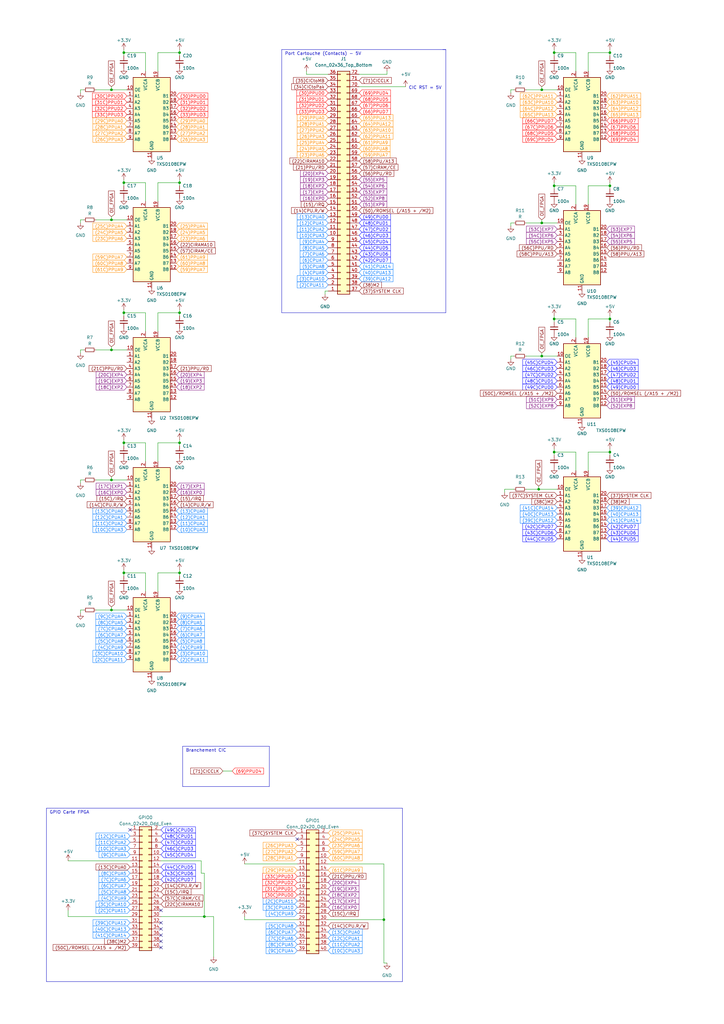
<source format=kicad_sch>
(kicad_sch (version 20230121) (generator eeschema)
  (paper "A3" portrait)
  (title_block (title "NES Cartridge") (date "2023-10-07") (rev "1.0") (company "ENSEA"))
  (junction (at 227.33 185.42))
  (junction (at 45.72 196.85))
  (junction (at 50.8 21.59))
  (junction (at 50.8 74.93))
  (junction (at 50.8 234.95))
  (junction (at 73.66 128.27))
  (junction (at 250.19 130.81))
  (junction (at 45.72 143.51))
  (junction (at 50.8 128.27))
  (junction (at 227.33 21.59))
  (junction (at 157.48 377.19))
  (junction (at 50.8 181.61))
  (junction (at 73.66 74.93))
  (junction (at 220.98 200.66))
  (junction (at 45.72 36.83))
  (junction (at 45.72 90.17))
  (junction (at 222.25 146.05))
  (junction (at 73.66 21.59))
  (junction (at 250.19 21.59))
  (junction (at 83.82 375.92))
  (junction (at 227.33 130.81))
  (junction (at 250.19 185.42))
  (junction (at 227.33 76.2))
  (junction (at 45.72 250.19))
  (junction (at 73.66 234.95))
  (junction (at 73.66 181.61))
  (junction (at 222.25 36.83))
  (junction (at 222.25 91.44))
  (junction (at 250.19 76.2))
  (no_connect (at 121.92 344.17))
  (no_connect (at 53.34 340.36))
  (no_connect (at 66.04 388.62))
  (no_connect (at 66.04 373.38))
  (no_connect (at 66.04 381))
  (no_connect (at 66.04 383.54))
  (no_connect (at 66.04 378.46))
  (no_connect (at 66.04 386.08))
  (wire (pts (xy 241.3 130.81) (xy 250.19 130.81)))
  (wire (pts (xy 157.48 377.19) (xy 134.62 377.19)))
  (wire (pts (xy 133.35 119.38) (xy 133.35 120.65)))
  (wire (pts (xy 39.37 143.51) (xy 45.72 143.51)))
  (wire (pts (xy 59.69 181.61) (xy 50.8 181.61)))
  (wire (pts (xy 222.25 146.05) (xy 228.6 146.05)))
  (wire (pts (xy 64.77 29.21) (xy 64.77 21.59)))
  (wire (pts (xy 50.8 21.59) (xy 50.8 22.86)))
  (polyline (pts (xy 19.05 331.47) (xy 19.05 402.59)))
  (wire (pts (xy 45.72 196.85) (xy 52.07 196.85)))
  (wire (pts (xy 215.9 36.83) (xy 222.25 36.83)))
  (wire (pts (xy 241.3 21.59) (xy 250.19 21.59)))
  (wire (pts (xy 64.77 189.23) (xy 64.77 181.61)))
  (wire (pts (xy 64.77 242.57) (xy 64.77 234.95)))
  (wire (pts (xy 227.33 21.59) (xy 227.33 22.86)))
  (polyline (pts (xy 165.1 402.59) (xy 165.1 331.47)))
  (wire (pts (xy 241.3 138.43) (xy 241.3 130.81)))
  (wire (pts (xy 45.72 250.19) (xy 52.07 250.19)))
  (wire (pts (xy 45.72 36.83) (xy 52.07 36.83)))
  (wire (pts (xy 134.62 30.48) (xy 125.73 30.48)))
  (wire (pts (xy 250.19 20.32) (xy 250.19 21.59)))
  (wire (pts (xy 73.66 127) (xy 73.66 128.27)))
  (wire (pts (xy 82.55 358.14) (xy 83.82 358.14)))
  (wire (pts (xy 236.22 193.04) (xy 236.22 185.42)))
  (wire (pts (xy 236.22 29.21) (xy 236.22 21.59)))
  (wire (pts (xy 50.8 180.34) (xy 50.8 181.61)))
  (wire (pts (xy 236.22 83.82) (xy 236.22 76.2)))
  (wire (pts (xy 125.73 30.48) (xy 125.73 29.21)))
  (wire (pts (xy 59.69 128.27) (xy 50.8 128.27)))
  (wire (pts (xy 50.8 74.93) (xy 50.8 76.2)))
  (wire (pts (xy 59.69 189.23) (xy 59.69 181.61)))
  (wire (pts (xy 59.69 74.93) (xy 50.8 74.93)))
  (wire (pts (xy 64.77 74.93) (xy 73.66 74.93)))
  (wire (pts (xy 241.3 193.04) (xy 241.3 185.42)))
  (wire (pts (xy 45.72 35.56) (xy 45.72 36.83)))
  (wire (pts (xy 34.29 196.85) (xy 33.02 196.85)))
  (wire (pts (xy 157.48 377.19) (xy 157.48 394.97)))
  (wire (pts (xy 100.33 377.19) (xy 121.92 377.19)))
  (wire (pts (xy 50.8 234.95) (xy 50.8 236.22)))
  (wire (pts (xy 64.77 21.59) (xy 73.66 21.59)))
  (wire (pts (xy 39.37 250.19) (xy 45.72 250.19)))
  (wire (pts (xy 222.25 90.17) (xy 222.25 91.44)))
  (polyline (pts (xy 74.93 322.58) (xy 74.93 306.07)))
  (wire (pts (xy 64.77 135.89) (xy 64.77 128.27)))
  (wire (pts (xy 250.19 21.59) (xy 250.19 22.86)))
  (wire (pts (xy 33.02 90.17) (xy 33.02 91.44)))
  (polyline (pts (xy 74.93 306.07) (xy 110.49 306.07)))
  (wire (pts (xy 209.55 36.83) (xy 209.55 38.1)))
  (wire (pts (xy 73.66 74.93) (xy 73.66 76.2)))
  (wire (pts (xy 210.82 36.83) (xy 209.55 36.83)))
  (wire (pts (xy 45.72 143.51) (xy 52.07 143.51)))
  (wire (pts (xy 207.01 200.66) (xy 207.01 201.93)))
  (wire (pts (xy 59.69 29.21) (xy 59.69 21.59)))
  (wire (pts (xy 73.66 73.66) (xy 73.66 74.93)))
  (wire (pts (xy 50.8 181.61) (xy 50.8 182.88)))
  (wire (pts (xy 227.33 130.81) (xy 227.33 132.08)))
  (wire (pts (xy 236.22 138.43) (xy 236.22 130.81)))
  (wire (pts (xy 100.33 354.33) (xy 121.92 354.33)))
  (wire (pts (xy 50.8 233.68) (xy 50.8 234.95)))
  (wire (pts (xy 73.66 181.61) (xy 73.66 182.88)))
  (wire (pts (xy 53.34 375.92) (xy 27.94 375.92)))
  (wire (pts (xy 241.3 76.2) (xy 250.19 76.2)))
  (polyline (pts (xy 110.49 322.58) (xy 74.93 322.58)))
  (wire (pts (xy 50.8 127) (xy 50.8 128.27)))
  (wire (pts (xy 227.33 76.2) (xy 227.33 77.47)))
  (wire (pts (xy 250.19 129.54) (xy 250.19 130.81)))
  (wire (pts (xy 59.69 234.95) (xy 50.8 234.95)))
  (wire (pts (xy 59.69 135.89) (xy 59.69 128.27)))
  (polyline (pts (xy 19.05 402.59) (xy 165.1 402.59)))
  (wire (pts (xy 83.82 375.92) (xy 87.63 375.92)))
  (wire (pts (xy 73.66 21.59) (xy 73.66 22.86)))
  (wire (pts (xy 215.9 146.05) (xy 222.25 146.05)))
  (wire (pts (xy 91.44 316.23) (xy 95.25 316.23)))
  (wire (pts (xy 33.02 36.83) (xy 33.02 38.1)))
  (wire (pts (xy 73.66 234.95) (xy 73.66 236.22)))
  (wire (pts (xy 73.66 233.68) (xy 73.66 234.95)))
  (polyline (pts (xy 182.88 128.27) (xy 115.57 128.27)))
  (wire (pts (xy 227.33 185.42) (xy 227.33 186.69)))
  (polyline (pts (xy 182.88 20.32) (xy 181.61 20.32)))
  (wire (pts (xy 64.77 128.27) (xy 73.66 128.27)))
  (wire (pts (xy 27.94 353.06) (xy 53.34 353.06)))
  (wire (pts (xy 250.19 130.81) (xy 250.19 132.08)))
  (wire (pts (xy 50.8 20.32) (xy 50.8 21.59)))
  (wire (pts (xy 39.37 90.17) (xy 45.72 90.17)))
  (wire (pts (xy 73.66 128.27) (xy 73.66 129.54)))
  (wire (pts (xy 39.37 196.85) (xy 45.72 196.85)))
  (wire (pts (xy 222.25 144.78) (xy 222.25 146.05)))
  (wire (pts (xy 215.9 91.44) (xy 222.25 91.44)))
  (wire (pts (xy 73.66 20.32) (xy 73.66 21.59)))
  (wire (pts (xy 33.02 196.85) (xy 33.02 198.12)))
  (wire (pts (xy 222.25 91.44) (xy 228.6 91.44)))
  (wire (pts (xy 87.63 375.92) (xy 87.63 392.43)))
  (wire (pts (xy 236.22 130.81) (xy 227.33 130.81)))
  (wire (pts (xy 45.72 142.24) (xy 45.72 143.51)))
  (wire (pts (xy 241.3 29.21) (xy 241.3 21.59)))
  (wire (pts (xy 209.55 147.32) (xy 209.55 146.05)))
  (wire (pts (xy 83.82 358.14) (xy 83.82 375.92)))
  (wire (pts (xy 59.69 82.55) (xy 59.69 74.93)))
  (wire (pts (xy 27.94 375.92) (xy 27.94 373.38)))
  (wire (pts (xy 241.3 83.82) (xy 241.3 76.2)))
  (polyline (pts (xy 115.57 20.32) (xy 182.88 20.32)))
  (wire (pts (xy 220.98 199.39) (xy 220.98 200.66)))
  (wire (pts (xy 227.33 74.93) (xy 227.33 76.2)))
  (wire (pts (xy 45.72 248.92) (xy 45.72 250.19)))
  (wire (pts (xy 236.22 76.2) (xy 227.33 76.2)))
  (wire (pts (xy 222.25 35.56) (xy 222.25 36.83)))
  (wire (pts (xy 157.48 354.33) (xy 157.48 377.19)))
  (wire (pts (xy 34.29 250.19) (xy 33.02 250.19)))
  (wire (pts (xy 34.29 90.17) (xy 33.02 90.17)))
  (wire (pts (xy 33.02 250.19) (xy 33.02 251.46)))
  (wire (pts (xy 241.3 185.42) (xy 250.19 185.42)))
  (wire (pts (xy 45.72 88.9) (xy 45.72 90.17)))
  (wire (pts (xy 59.69 21.59) (xy 50.8 21.59)))
  (wire (pts (xy 227.33 20.32) (xy 227.33 21.59)))
  (wire (pts (xy 222.25 36.83) (xy 228.6 36.83)))
  (wire (pts (xy 100.33 375.92) (xy 100.33 377.19)))
  (wire (pts (xy 147.32 35.56) (xy 166.37 35.56)))
  (wire (pts (xy 220.98 200.66) (xy 228.6 200.66)))
  (wire (pts (xy 45.72 195.58) (xy 45.72 196.85)))
  (wire (pts (xy 59.69 242.57) (xy 59.69 234.95)))
  (wire (pts (xy 250.19 184.15) (xy 250.19 185.42)))
  (wire (pts (xy 157.48 394.97) (xy 158.75 394.97)))
  (wire (pts (xy 64.77 181.61) (xy 73.66 181.61)))
  (polyline (pts (xy 74.93 306.07) (xy 74.93 306.07)))
  (wire (pts (xy 64.77 82.55) (xy 64.77 74.93)))
  (wire (pts (xy 33.02 143.51) (xy 33.02 144.78)))
  (wire (pts (xy 215.9 200.66) (xy 220.98 200.66)))
  (wire (pts (xy 210.82 91.44) (xy 209.55 91.44)))
  (wire (pts (xy 64.77 234.95) (xy 73.66 234.95)))
  (wire (pts (xy 236.22 21.59) (xy 227.33 21.59)))
  (wire (pts (xy 250.19 185.42) (xy 250.19 186.69)))
  (wire (pts (xy 147.32 30.48) (xy 158.75 30.48)))
  (wire (pts (xy 250.19 74.93) (xy 250.19 76.2)))
  (wire (pts (xy 39.37 36.83) (xy 45.72 36.83)))
  (wire (pts (xy 210.82 200.66) (xy 207.01 200.66)))
  (wire (pts (xy 250.19 76.2) (xy 250.19 77.47)))
  (wire (pts (xy 45.72 90.17) (xy 52.07 90.17)))
  (wire (pts (xy 50.8 128.27) (xy 50.8 129.54)))
  (wire (pts (xy 34.29 36.83) (xy 33.02 36.83)))
  (polyline (pts (xy 115.57 128.27) (xy 115.57 20.32)))
  (wire (pts (xy 50.8 73.66) (xy 50.8 74.93)))
  (wire (pts (xy 34.29 143.51) (xy 33.02 143.51)))
  (wire (pts (xy 236.22 185.42) (xy 227.33 185.42)))
  (wire (pts (xy 158.75 29.21) (xy 158.75 30.48)))
  (wire (pts (xy 134.62 119.38) (xy 133.35 119.38)))
  (wire (pts (xy 227.33 184.15) (xy 227.33 185.42)))
  (wire (pts (xy 73.66 180.34) (xy 73.66 181.61)))
  (polyline (pts (xy 19.05 331.47) (xy 165.1 331.47)))
  (wire (pts (xy 82.55 353.06) (xy 82.55 358.14)))
  (polyline (pts (xy 182.88 20.32) (xy 182.88 128.27)))
  (wire (pts (xy 82.55 353.06) (xy 66.04 353.06)))
  (wire (pts (xy 209.55 91.44) (xy 209.55 92.71)))
  (polyline (pts (xy 110.49 306.07) (xy 110.49 322.58)))
  (wire (pts (xy 209.55 146.05) (xy 210.82 146.05)))
  (wire (pts (xy 227.33 129.54) (xy 227.33 130.81)))
  (wire (pts (xy 83.82 375.92) (xy 66.04 375.92)))
  (wire (pts (xy 134.62 354.33) (xy 157.48 354.33)))
  (text "Port Cartouche (Contacts) - 5V" (at 116.84 22.86 0) (effects (font (size 1.27 1.27)) (justify left bottom)))
  (text "CIC RST = 5V\n" (at 167.64 36.83 0) (effects (font (size 1.27 1.27)) (justify left bottom)))
  (text "GPIO Carte FPGA\n" (at 20.32 334.01 0) (effects (font (size 1.27 1.27)) (justify left bottom)))
  (text "Branchement CIC\n" (at 76.2 308.61 0) (effects (font (size 1.27 1.27)) (justify left bottom)))
  (global_label "(28)PPUA1" (shape input) (at 72.39 52.07 0) (property "Intersheetrefs" "${INTERSHEET_REFS}" (effects hide)))
  (global_label "(23)PPUA6" (shape input) (at 134.62 63.5 180) (property "Intersheetrefs" "${INTERSHEET_REFS}" (effects hide)))
  (global_label "(45C)CPUD4" (shape input) (at 66.04 350.52 0) (property "Intersheetrefs" "${INTERSHEET_REFS}" (effects hide)))
  (global_label "(16C)EXP0" (shape input) (at 52.07 201.93 180) (property "Intersheetrefs" "${INTERSHEET_REFS}" (effects hide)))
  (global_label "(18)EXP2" (shape input) (at 134.62 76.2 180) (property "Intersheetrefs" "${INTERSHEET_REFS}" (effects hide)))
  (global_label "(65)PPUA13" (shape input) (at 248.92 46.99 0) (property "Intersheetrefs" "${INTERSHEET_REFS}" (effects hide)))
  (global_label "(11C)CPUA2" (shape input) (at 52.07 214.63 180) (property "Intersheetrefs" "${INTERSHEET_REFS}" (effects hide)))
  (global_label "(40C)CPUA13" (shape input) (at 228.6 210.82 180) (property "Intersheetrefs" "${INTERSHEET_REFS}" (effects hide)))
  (global_label "(8C)CPUA5" (shape input) (at 53.34 358.14 180) (property "Intersheetrefs" "${INTERSHEET_REFS}" (effects hide)))
  (global_label "(15C){slash}IRQ" (shape input) (at 52.07 204.47 180) (property "Intersheetrefs" "${INTERSHEET_REFS}" (effects hide)))
  (global_label "(20C)EXP4" (shape input) (at 52.07 153.67 180) (property "Intersheetrefs" "${INTERSHEET_REFS}" (effects hide)))
  (global_label "(45)CPUD4" (shape input) (at 147.32 99.06 0) (property "Intersheetrefs" "${INTERSHEET_REFS}" (effects hide)))
  (global_label "(14)CPU.R{slash}W" (shape input) (at 72.39 207.01 0) (property "Intersheetrefs" "${INTERSHEET_REFS}" (effects hide)))
  (global_label "(60)PPUA8" (shape input) (at 147.32 60.96 0) (property "Intersheetrefs" "${INTERSHEET_REFS}" (effects hide)))
  (global_label "(50C){slash}ROMSEL ({slash}A15 + {slash}M2)" (shape input) (at 53.34 388.62 180) (property "Intersheetrefs" "${INTERSHEET_REFS}" (effects hide)))
  (global_label "(29)PPUA0" (shape input) (at 134.62 48.26 180) (property "Intersheetrefs" "${INTERSHEET_REFS}" (effects hide)))
  (global_label "(38C)M2" (shape input) (at 53.34 386.08 180) (property "Intersheetrefs" "${INTERSHEET_REFS}" (effects hide)))
  (global_label "(39)CPUA12" (shape input) (at 147.32 114.3 0) (property "Intersheetrefs" "${INTERSHEET_REFS}" (effects hide)))
  (global_label "(11)CPUA2" (shape input) (at 72.39 214.63 0) (property "Intersheetrefs" "${INTERSHEET_REFS}" (effects hide)))
  (global_label "(47C)CPUD2" (shape input) (at 66.04 345.44 0) (property "Intersheetrefs" "${INTERSHEET_REFS}" (effects hide)))
  (global_label "(19C)EXP3" (shape input) (at 134.62 364.49 0) (property "Intersheetrefs" "${INTERSHEET_REFS}" (effects hide)))
  (global_label "(39C)CPUA12" (shape input) (at 53.34 378.46 180) (property "Intersheetrefs" "${INTERSHEET_REFS}" (effects hide)))
  (global_label "(26)PPUA3" (shape input) (at 72.39 57.15 0) (property "Intersheetrefs" "${INTERSHEET_REFS}" (effects hide)))
  (global_label "(2)CPUA11" (shape input) (at 134.62 116.84 180) (property "Intersheetrefs" "${INTERSHEET_REFS}" (effects hide)))
  (global_label "(66)PPUD7" (shape input) (at 248.92 49.53 0) (property "Intersheetrefs" "${INTERSHEET_REFS}" (effects hide)))
  (global_label "(17)EXP1" (shape input) (at 134.62 78.74 180) (property "Intersheetrefs" "${INTERSHEET_REFS}" (effects hide)))
  (global_label "(25)PPUA4" (shape input) (at 134.62 58.42 180) (property "Intersheetrefs" "${INTERSHEET_REFS}" (effects hide)))
  (global_label "(37C)SYSTEM CLK" (shape input) (at 228.6 203.2 180) (property "Intersheetrefs" "${INTERSHEET_REFS}" (effects hide)))
  (global_label "(7)CPUA6" (shape input) (at 134.62 104.14 180) (property "Intersheetrefs" "${INTERSHEET_REFS}" (effects hide)))
  (global_label "(62)PPUA11" (shape input) (at 147.32 55.88 0) (property "Intersheetrefs" "${INTERSHEET_REFS}" (effects hide)))
  (global_label "(61)PPUA9" (shape input) (at 72.39 105.41 0) (property "Intersheetrefs" "${INTERSHEET_REFS}" (effects hide)))
  (global_label "(22C)CIRAMA10" (shape input) (at 66.04 370.84 0) (property "Intersheetrefs" "${INTERSHEET_REFS}" (effects hide)))
  (global_label "(55)EXP5" (shape input) (at 147.32 73.66 0) (property "Intersheetrefs" "${INTERSHEET_REFS}" (effects hide)))
  (global_label "(61C)PPUA9" (shape input) (at 52.07 110.49 180) (property "Intersheetrefs" "${INTERSHEET_REFS}" (effects hide)))
  (global_label "OE_FPGA" (shape input) (at 45.72 142.24 90) (property "Intersheetrefs" "${INTERSHEET_REFS}" (effects hide)))
  (global_label "(38)M2" (shape input) (at 248.92 205.74 0) (property "Intersheetrefs" "${INTERSHEET_REFS}" (effects hide)))
  (global_label "(8C)CPUA5" (shape input) (at 52.07 255.27 180) (property "Intersheetrefs" "${INTERSHEET_REFS}" (effects hide)))
  (global_label "(69)PPUD4" (shape input) (at 95.25 316.23 0) (property "Intersheetrefs" "${INTERSHEET_REFS}" (effects hide)))
  (global_label "(4C)CPUA9" (shape input) (at 53.34 368.3 180) (property "Intersheetrefs" "${INTERSHEET_REFS}" (effects hide)))
  (global_label "(13C)CPUA0" (shape input) (at 134.62 382.27 0) (property "Intersheetrefs" "${INTERSHEET_REFS}" (effects hide)))
  (global_label "(29C)PPUA0" (shape input) (at 52.07 49.53 180) (property "Intersheetrefs" "${INTERSHEET_REFS}" (effects hide)))
  (global_label "(56C)PPU{slash}RD" (shape input) (at 228.6 101.6 180) (property "Intersheetrefs" "${INTERSHEET_REFS}" (effects hide)))
  (global_label "(40)CPUA13" (shape input) (at 147.32 111.76 0) (property "Intersheetrefs" "${INTERSHEET_REFS}" (effects hide)))
  (global_label "(46)CPUD3" (shape input) (at 147.32 96.52 0) (property "Intersheetrefs" "${INTERSHEET_REFS}" (effects hide)))
  (global_label "(4)CPUA9" (shape input) (at 134.62 111.76 180) (property "Intersheetrefs" "${INTERSHEET_REFS}" (effects hide)))
  (global_label "(26C)PPUA3" (shape input) (at 52.07 57.15 180) (property "Intersheetrefs" "${INTERSHEET_REFS}" (effects hide)))
  (global_label "(49C)CPUD0" (shape input) (at 66.04 340.36 0) (property "Intersheetrefs" "${INTERSHEET_REFS}" (effects hide)))
  (global_label "(23C)PPUA6" (shape input) (at 52.07 97.79 180) (property "Intersheetrefs" "${INTERSHEET_REFS}" (effects hide)))
  (global_label "(22)CIRAMA10" (shape input) (at 72.39 100.33 0) (property "Intersheetrefs" "${INTERSHEET_REFS}" (effects hide)))
  (global_label "(67)PPUD6" (shape input) (at 248.92 52.07 0) (property "Intersheetrefs" "${INTERSHEET_REFS}" (effects hide)))
  (global_label "(6C)CPUA7" (shape input) (at 53.34 363.22 180) (property "Intersheetrefs" "${INTERSHEET_REFS}" (effects hide)))
  (global_label "(58C)PPU{slash}A13" (shape input) (at 228.6 104.14 180) (property "Intersheetrefs" "${INTERSHEET_REFS}" (effects hide)))
  (global_label "OE_FPGA" (shape input) (at 45.72 88.9 90) (property "Intersheetrefs" "${INTERSHEET_REFS}" (effects hide)))
  (global_label "(20C)EXP4" (shape input) (at 134.62 361.95 0) (property "Intersheetrefs" "${INTERSHEET_REFS}" (effects hide)))
  (global_label "(55C)EXP5" (shape input) (at 228.6 99.06 180) (property "Intersheetrefs" "${INTERSHEET_REFS}" (effects hide)))
  (global_label "(32C)PPUD2" (shape input) (at 52.07 44.45 180) (property "Intersheetrefs" "${INTERSHEET_REFS}" (effects hide)))
  (global_label "(58)PPU{slash}A13" (shape input) (at 147.32 66.04 0) (property "Intersheetrefs" "${INTERSHEET_REFS}" (effects hide)))
  (global_label "(34)CICtoPak" (shape input) (at 134.62 35.56 180) (property "Intersheetrefs" "${INTERSHEET_REFS}" (effects hide)))
  (global_label "(52)EXP8" (shape input) (at 248.92 166.37 0) (property "Intersheetrefs" "${INTERSHEET_REFS}" (effects hide)))
  (global_label "(10C)CPUA3" (shape input) (at 53.34 347.98 180) (property "Intersheetrefs" "${INTERSHEET_REFS}" (effects hide)))
  (global_label "(61C)PPUA9" (shape input) (at 134.62 356.87 0) (property "Intersheetrefs" "${INTERSHEET_REFS}" (effects hide)))
  (global_label "(26)PPUA3" (shape input) (at 134.62 55.88 180) (property "Intersheetrefs" "${INTERSHEET_REFS}" (effects hide)))
  (global_label "(69)PPUD4" (shape input) (at 147.32 38.1 0) (property "Intersheetrefs" "${INTERSHEET_REFS}" (effects hide)))
  (global_label "(27)PPUA2" (shape input) (at 134.62 53.34 180) (property "Intersheetrefs" "${INTERSHEET_REFS}" (effects hide)))
  (global_label "(44C)CPUD5" (shape input) (at 66.04 355.6 0) (property "Intersheetrefs" "${INTERSHEET_REFS}" (effects hide)))
  (global_label "(6)CPUA7" (shape input) (at 72.39 260.35 0) (property "Intersheetrefs" "${INTERSHEET_REFS}" (effects hide)))
  (global_label "OE_FPGA" (shape input) (at 45.72 248.92 90) (property "Intersheetrefs" "${INTERSHEET_REFS}" (effects hide)))
  (global_label "(53C)EXP7" (shape input) (at 228.6 93.98 180) (property "Intersheetrefs" "${INTERSHEET_REFS}" (effects hide)))
  (global_label "(19)EXP3" (shape input) (at 72.39 156.21 0) (property "Intersheetrefs" "${INTERSHEET_REFS}" (effects hide)))
  (global_label "(42C)CPUD7" (shape input) (at 66.04 360.68 0) (property "Intersheetrefs" "${INTERSHEET_REFS}" (effects hide)))
  (global_label "(28)PPUA1" (shape input) (at 134.62 50.8 180) (property "Intersheetrefs" "${INTERSHEET_REFS}" (effects hide)))
  (global_label "(62C)PPUA11" (shape input) (at 228.6 39.37 180) (property "Intersheetrefs" "${INTERSHEET_REFS}" (effects hide)))
  (global_label "(62)PPUA11" (shape input) (at 248.92 39.37 0) (property "Intersheetrefs" "${INTERSHEET_REFS}" (effects hide)))
  (global_label "(11)CPUA2" (shape input) (at 134.62 93.98 180) (property "Intersheetrefs" "${INTERSHEET_REFS}" (effects hide)))
  (global_label "(28C)PPUA1" (shape input) (at 52.07 52.07 180) (property "Intersheetrefs" "${INTERSHEET_REFS}" (effects hide)))
  (global_label "(51C)EXP9" (shape input) (at 228.6 163.83 180) (property "Intersheetrefs" "${INTERSHEET_REFS}" (effects hide)))
  (global_label "(18)EXP2" (shape input) (at 72.39 158.75 0) (property "Intersheetrefs" "${INTERSHEET_REFS}" (effects hide)))
  (global_label "(48)CPUD1" (shape input) (at 147.32 91.44 0) (property "Intersheetrefs" "${INTERSHEET_REFS}" (effects hide)))
  (global_label "(30)PPUD0" (shape input) (at 134.62 38.1 180) (property "Intersheetrefs" "${INTERSHEET_REFS}" (effects hide)))
  (global_label "(18C)EXP2" (shape input) (at 52.07 158.75 180) (property "Intersheetrefs" "${INTERSHEET_REFS}" (effects hide)))
  (global_label "(59)PPUA7" (shape input) (at 147.32 63.5 0) (property "Intersheetrefs" "${INTERSHEET_REFS}" (effects hide)))
  (global_label "(10C)CPUA3" (shape input) (at 134.62 389.89 0) (property "Intersheetrefs" "${INTERSHEET_REFS}" (effects hide)))
  (global_label "(17C)EXP1" (shape input) (at 52.07 199.39 180) (property "Intersheetrefs" "${INTERSHEET_REFS}" (effects hide)))
  (global_label "(55)EXP5" (shape input) (at 248.92 99.06 0) (property "Intersheetrefs" "${INTERSHEET_REFS}" (effects hide)))
  (global_label "(13)CPUA0" (shape input) (at 134.62 88.9 180) (property "Intersheetrefs" "${INTERSHEET_REFS}" (effects hide)))
  (global_label "(44)CPUD5" (shape input) (at 248.92 220.98 0) (property "Intersheetrefs" "${INTERSHEET_REFS}" (effects hide)))
  (global_label "(67C)PPUD6" (shape input) (at 228.6 52.07 180) (property "Intersheetrefs" "${INTERSHEET_REFS}" (effects hide)))
  (global_label "(13C)CPUA0" (shape input) (at 53.34 355.6 180) (property "Intersheetrefs" "${INTERSHEET_REFS}" (effects hide)))
  (global_label "(45)CPUD4" (shape input) (at 248.92 148.59 0) (property "Intersheetrefs" "${INTERSHEET_REFS}" (effects hide)))
  (global_label "(33)PPUD3" (shape input) (at 134.62 45.72 180) (property "Intersheetrefs" "${INTERSHEET_REFS}" (effects hide)))
  (global_label "(32)PPUD2" (shape input) (at 72.39 44.45 0) (property "Intersheetrefs" "${INTERSHEET_REFS}" (effects hide)))
  (global_label "(4C)CPUA9" (shape input) (at 52.07 265.43 180) (property "Intersheetrefs" "${INTERSHEET_REFS}" (effects hide)))
  (global_label "(24C)PPUA5" (shape input) (at 134.62 344.17 0) (property "Intersheetrefs" "${INTERSHEET_REFS}" (effects hide)))
  (global_label "(66)PPUD7" (shape input) (at 147.32 45.72 0) (property "Intersheetrefs" "${INTERSHEET_REFS}" (effects hide)))
  (global_label "(39C)CPUA12" (shape input) (at 228.6 213.36 180) (property "Intersheetrefs" "${INTERSHEET_REFS}" (effects hide)))
  (global_label "(30C)PPUD0" (shape input) (at 121.92 367.03 180) (property "Intersheetrefs" "${INTERSHEET_REFS}" (effects hide)))
  (global_label "(30C)PPUD0" (shape input) (at 52.07 39.37 180) (property "Intersheetrefs" "${INTERSHEET_REFS}" (effects hide)))
  (global_label "(25)PPUA4" (shape input) (at 72.39 92.71 0) (property "Intersheetrefs" "${INTERSHEET_REFS}" (effects hide)))
  (global_label "(16C)EXP0" (shape input) (at 134.62 372.11 0) (property "Intersheetrefs" "${INTERSHEET_REFS}" (effects hide)))
  (global_label "(63C)PPUA10" (shape input) (at 228.6 41.91 180) (property "Intersheetrefs" "${INTERSHEET_REFS}" (effects hide)))
  (global_label "(47)CPUD2" (shape input) (at 147.32 93.98 0) (property "Intersheetrefs" "${INTERSHEET_REFS}" (effects hide)))
  (global_label "(25C)PPUA4" (shape input) (at 52.07 92.71 180) (property "Intersheetrefs" "${INTERSHEET_REFS}" (effects hide)))
  (global_label "(11C)CPUA2" (shape input) (at 53.34 345.44 180) (property "Intersheetrefs" "${INTERSHEET_REFS}" (effects hide)))
  (global_label "(50){slash}ROMSEL ({slash}A15 + {slash}M2)" (shape input) (at 147.32 86.36 0) (property "Intersheetrefs" "${INTERSHEET_REFS}" (effects hide)))
  (global_label "(2C)CPUA11" (shape input) (at 53.34 373.38 180) (property "Intersheetrefs" "${INTERSHEET_REFS}" (effects hide)))
  (global_label "(45C)CPUD4" (shape input) (at 228.6 148.59 180) (property "Intersheetrefs" "${INTERSHEET_REFS}" (effects hide)))
  (global_label "(37)SYSTEM CLK" (shape input) (at 147.32 119.38 0) (property "Intersheetrefs" "${INTERSHEET_REFS}" (effects hide)))
  (global_label "(54C)EXP6" (shape input) (at 228.6 96.52 180) (property "Intersheetrefs" "${INTERSHEET_REFS}" (effects hide)))
  (global_label "(9C)CPUA4" (shape input) (at 121.92 389.89 180) (property "Intersheetrefs" "${INTERSHEET_REFS}" (effects hide)))
  (global_label "(69)PPUD4" (shape input) (at 248.92 57.15 0) (property "Intersheetrefs" "${INTERSHEET_REFS}" (effects hide)))
  (global_label "(49C)CPUD0" (shape input) (at 228.6 158.75 180) (property "Intersheetrefs" "${INTERSHEET_REFS}" (effects hide)))
  (global_label "OE_FPGA" (shape input) (at 222.25 90.17 90) (property "Intersheetrefs" "${INTERSHEET_REFS}" (effects hide)))
  (global_label "(6C)CPUA7" (shape input) (at 52.07 260.35 180) (property "Intersheetrefs" "${INTERSHEET_REFS}" (effects hide)))
  (global_label "(15){slash}IRQ" (shape input) (at 134.62 83.82 180) (property "Intersheetrefs" "${INTERSHEET_REFS}" (effects hide)))
  (global_label "(56)PPU{slash}RD" (shape input) (at 147.32 71.12 0) (property "Intersheetrefs" "${INTERSHEET_REFS}" (effects hide)))
  (global_label "(42)CPUD7" (shape input) (at 147.32 106.68 0) (property "Intersheetrefs" "${INTERSHEET_REFS}" (effects hide)))
  (global_label "OE_FPGA" (shape input) (at 220.98 199.39 90) (property "Intersheetrefs" "${INTERSHEET_REFS}" (effects hide)))
  (global_label "(67)PPUD6" (shape input) (at 147.32 43.18 0) (property "Intersheetrefs" "${INTERSHEET_REFS}" (effects hide)))
  (global_label "(60C)PPUA8" (shape input) (at 52.07 107.95 180) (property "Intersheetrefs" "${INTERSHEET_REFS}" (effects hide)))
  (global_label "(18C)EXP2" (shape input) (at 134.62 367.03 0) (property "Intersheetrefs" "${INTERSHEET_REFS}" (effects hide)))
  (global_label "(51)EXP9" (shape input) (at 147.32 83.82 0) (property "Intersheetrefs" "${INTERSHEET_REFS}" (effects hide)))
  (global_label "(59C)PPUA7" (shape input) (at 134.62 349.25 0) (property "Intersheetrefs" "${INTERSHEET_REFS}" (effects hide)))
  (global_label "(8)CPUA5" (shape input) (at 72.39 255.27 0) (property "Intersheetrefs" "${INTERSHEET_REFS}" (effects hide)))
  (global_label "(22)CIRAMA10" (shape input) (at 134.62 66.04 180) (property "Intersheetrefs" "${INTERSHEET_REFS}" (effects hide)))
  (global_label "(29C)PPUA0" (shape input) (at 121.92 356.87 180) (property "Intersheetrefs" "${INTERSHEET_REFS}" (effects hide)))
  (global_label "(11C)CPUA2" (shape input) (at 134.62 387.35 0) (property "Intersheetrefs" "${INTERSHEET_REFS}" (effects hide)))
  (global_label "(43)CPUD6" (shape input) (at 147.32 104.14 0) (property "Intersheetrefs" "${INTERSHEET_REFS}" (effects hide)))
  (global_label "(15){slash}IRQ" (shape input) (at 72.39 204.47 0) (property "Intersheetrefs" "${INTERSHEET_REFS}" (effects hide)))
  (global_label "(2C)CPUA11" (shape input) (at 52.07 270.51 180) (property "Intersheetrefs" "${INTERSHEET_REFS}" (effects hide)))
  (global_label "(64C)PPUA12" (shape input) (at 228.6 44.45 180) (property "Intersheetrefs" "${INTERSHEET_REFS}" (effects hide)))
  (global_label "(63)PPUA10" (shape input) (at 147.32 53.34 0) (property "Intersheetrefs" "${INTERSHEET_REFS}" (effects hide)))
  (global_label "(19C)EXP3" (shape input) (at 52.07 156.21 180) (property "Intersheetrefs" "${INTERSHEET_REFS}" (effects hide)))
  (global_label "(64)PPUA12" (shape input) (at 147.32 50.8 0) (property "Intersheetrefs" "${INTERSHEET_REFS}" (effects hide)))
  (global_label "(17C)EXP1" (shape input) (at 134.62 369.57 0) (property "Intersheetrefs" "${INTERSHEET_REFS}" (effects hide)))
  (global_label "(68)PPUD5" (shape input) (at 147.32 40.64 0) (property "Intersheetrefs" "${INTERSHEET_REFS}" (effects hide)))
  (global_label "(20)EXP4" (shape input) (at 72.39 153.67 0) (property "Intersheetrefs" "${INTERSHEET_REFS}" (effects hide)))
  (global_label "(43C)CPUD6" (shape input) (at 66.04 358.14 0) (property "Intersheetrefs" "${INTERSHEET_REFS}" (effects hide)))
  (global_label "(68)PPUD5" (shape input) (at 248.92 54.61 0) (property "Intersheetrefs" "${INTERSHEET_REFS}" (effects hide)))
  (global_label "(54)EXP6" (shape input) (at 147.32 76.2 0) (property "Intersheetrefs" "${INTERSHEET_REFS}" (effects hide)))
  (global_label "(24)PPUA5" (shape input) (at 134.62 60.96 180) (property "Intersheetrefs" "${INTERSHEET_REFS}" (effects hide)))
  (global_label "(2)CPUA11" (shape input) (at 72.39 270.51 0) (property "Intersheetrefs" "${INTERSHEET_REFS}" (effects hide)))
  (global_label "(27C)PPUA2" (shape input) (at 52.07 54.61 180) (property "Intersheetrefs" "${INTERSHEET_REFS}" (effects hide)))
  (global_label "(5)CPUA8" (shape input) (at 72.39 262.89 0) (property "Intersheetrefs" "${INTERSHEET_REFS}" (effects hide)))
  (global_label "OE_FPGA" (shape input) (at 222.25 35.56 90) (property "Intersheetrefs" "${INTERSHEET_REFS}" (effects hide)))
  (global_label "(9C)CPUA4" (shape input) (at 52.07 252.73 180) (property "Intersheetrefs" "${INTERSHEET_REFS}" (effects hide)))
  (global_label "(29)PPUA0" (shape input) (at 72.39 49.53 0) (property "Intersheetrefs" "${INTERSHEET_REFS}" (effects hide)))
  (global_label "OE_FPGA" (shape input) (at 45.72 195.58 90) (property "Intersheetrefs" "${INTERSHEET_REFS}" (effects hide)))
  (global_label "(23)PPUA6" (shape input) (at 72.39 97.79 0) (property "Intersheetrefs" "${INTERSHEET_REFS}" (effects hide)))
  (global_label "(3C)CPUA10" (shape input) (at 52.07 267.97 180) (property "Intersheetrefs" "${INTERSHEET_REFS}" (effects hide)))
  (global_label "(33C)PPUD3" (shape input) (at 121.92 359.41 180) (property "Intersheetrefs" "${INTERSHEET_REFS}" (effects hide)))
  (global_label "(44)CPUD5" (shape input) (at 147.32 101.6 0) (property "Intersheetrefs" "${INTERSHEET_REFS}" (effects hide)))
  (global_label "(27C)PPUA2" (shape input) (at 121.92 349.25 180) (property "Intersheetrefs" "${INTERSHEET_REFS}" (effects hide)))
  (global_label "(43C)CPUD6" (shape input) (at 228.6 218.44 180) (property "Intersheetrefs" "${INTERSHEET_REFS}" (effects hide)))
  (global_label "(57)CIRAM{slash}CE" (shape input) (at 147.32 68.58 0) (property "Intersheetrefs" "${INTERSHEET_REFS}" (effects hide)))
  (global_label "(71)CICCLK" (shape input) (at 147.32 33.02 0) (property "Intersheetrefs" "${INTERSHEET_REFS}" (effects hide)))
  (global_label "(47)CPUD2" (shape input) (at 248.92 153.67 0) (property "Intersheetrefs" "${INTERSHEET_REFS}" (effects hide)))
  (global_label "(60C)PPUA8" (shape input) (at 134.62 351.79 0) (property "Intersheetrefs" "${INTERSHEET_REFS}" (effects hide)))
  (global_label "(8C)CPUA5" (shape input) (at 121.92 387.35 180) (property "Intersheetrefs" "${INTERSHEET_REFS}" (effects hide)))
  (global_label "(57)CIRAM{slash}CE" (shape input) (at 72.39 102.87 0) (property "Intersheetrefs" "${INTERSHEET_REFS}" (effects hide)))
  (global_label "(6)CPUA7" (shape input) (at 134.62 106.68 180) (property "Intersheetrefs" "${INTERSHEET_REFS}" (effects hide)))
  (global_label "(15C){slash}IRQ" (shape input) (at 66.04 365.76 0) (property "Intersheetrefs" "${INTERSHEET_REFS}" (effects hide)))
  (global_label "(14C)CPU.R{slash}W" (shape input) (at 134.62 379.73 0) (property "Intersheetrefs" "${INTERSHEET_REFS}" (effects hide)))
  (global_label "(59)PPUA7" (shape input) (at 72.39 110.49 0) (property "Intersheetrefs" "${INTERSHEET_REFS}" (effects hide)))
  (global_label "(2C)CPUA11" (shape input) (at 121.92 369.57 180) (property "Intersheetrefs" "${INTERSHEET_REFS}" (effects hide)))
  (global_label "(7C)CPUA6" (shape input) (at 121.92 384.81 180) (property "Intersheetrefs" "${INTERSHEET_REFS}" (effects hide)))
  (global_label "(3)CPUA10" (shape input) (at 72.39 267.97 0) (property "Intersheetrefs" "${INTERSHEET_REFS}" (effects hide)))
  (global_label "(64)PPUA12" (shape input) (at 248.92 44.45 0) (property "Intersheetrefs" "${INTERSHEET_REFS}" (effects hide)))
  (global_label "(31C)PPUD1" (shape input) (at 52.07 41.91 180) (property "Intersheetrefs" "${INTERSHEET_REFS}" (effects hide)))
  (global_label "(16)EXP0" (shape input) (at 72.39 201.93 0) (property "Intersheetrefs" "${INTERSHEET_REFS}" (effects hide)))
  (global_label "(54)EXP6" (shape input) (at 248.92 96.52 0) (property "Intersheetrefs" "${INTERSHEET_REFS}" (effects hide)))
  (global_label "OE_FPGA" (shape input) (at 222.25 144.78 90) (property "Intersheetrefs" "${INTERSHEET_REFS}" (effects hide)))
  (global_label "(9)CPUA4" (shape input) (at 72.39 252.73 0) (property "Intersheetrefs" "${INTERSHEET_REFS}" (effects hide)))
  (global_label "(32)PPUD2" (shape input) (at 134.62 43.18 180) (property "Intersheetrefs" "${INTERSHEET_REFS}" (effects hide)))
  (global_label "(3C)CPUA10" (shape input) (at 121.92 372.11 180) (property "Intersheetrefs" "${INTERSHEET_REFS}" (effects hide)))
  (global_label "(37)SYSTEM CLK" (shape input) (at 248.92 203.2 0) (property "Intersheetrefs" "${INTERSHEET_REFS}" (effects hide)))
  (global_label "(12C)CPUA1" (shape input) (at 134.62 384.81 0) (property "Intersheetrefs" "${INTERSHEET_REFS}" (effects hide)))
  (global_label "(33C)PPUD3" (shape input) (at 52.07 46.99 180) (property "Intersheetrefs" "${INTERSHEET_REFS}" (effects hide)))
  (global_label "(10)CPUA3" (shape input) (at 72.39 217.17 0) (property "Intersheetrefs" "${INTERSHEET_REFS}" (effects hide)))
  (global_label "(51)EXP9" (shape input) (at 248.92 163.83 0) (property "Intersheetrefs" "${INTERSHEET_REFS}" (effects hide)))
  (global_label "(52)EXP8" (shape input) (at 147.32 81.28 0) (property "Intersheetrefs" "${INTERSHEET_REFS}" (effects hide)))
  (global_label "(38C)M2" (shape input) (at 228.6 205.74 180) (property "Intersheetrefs" "${INTERSHEET_REFS}" (effects hide)))
  (global_label "(35)CICtoMB" (shape input) (at 134.62 33.02 180) (property "Intersheetrefs" "${INTERSHEET_REFS}" (effects hide)))
  (global_label "(43)CPUD6" (shape input) (at 248.92 218.44 0) (property "Intersheetrefs" "${INTERSHEET_REFS}" (effects hide)))
  (global_label "(40)CPUA13" (shape input) (at 248.92 210.82 0) (property "Intersheetrefs" "${INTERSHEET_REFS}" (effects hide)))
  (global_label "(21)PPU{slash}RD" (shape input) (at 72.39 151.13 0) (property "Intersheetrefs" "${INTERSHEET_REFS}" (effects hide)))
  (global_label "(69C)PPUD4" (shape input) (at 228.6 57.15 180) (property "Intersheetrefs" "${INTERSHEET_REFS}" (effects hide)))
  (global_label "(63)PPUA10" (shape input) (at 248.92 41.91 0) (property "Intersheetrefs" "${INTERSHEET_REFS}" (effects hide)))
  (global_label "(40C)CPUA13" (shape input) (at 53.34 381 180) (property "Intersheetrefs" "${INTERSHEET_REFS}" (effects hide)))
  (global_label "(12C)CPUA1" (shape input) (at 53.34 342.9 180) (property "Intersheetrefs" "${INTERSHEET_REFS}" (effects hide)))
  (global_label "(31C)PPUD1" (shape input) (at 121.92 364.49 180) (property "Intersheetrefs" "${INTERSHEET_REFS}" (effects hide)))
  (global_label "(5C)CPUA8" (shape input) (at 121.92 379.73 180) (property "Intersheetrefs" "${INTERSHEET_REFS}" (effects hide)))
  (global_label "(12C)CPUA1" (shape input) (at 52.07 212.09 180) (property "Intersheetrefs" "${INTERSHEET_REFS}" (effects hide)))
  (global_label "(26C)PPUA3" (shape input) (at 121.92 346.71 180) (property "Intersheetrefs" "${INTERSHEET_REFS}" (effects hide)))
  (global_label "(4)CPUA9" (shape input) (at 72.39 265.43 0) (property "Intersheetrefs" "${INTERSHEET_REFS}" (effects hide)))
  (global_label "(58)PPU{slash}A13" (shape input) (at 248.92 104.14 0) (property "Intersheetrefs" "${INTERSHEET_REFS}" (effects hide)))
  (global_label "(53)EXP7" (shape input) (at 248.92 93.98 0) (property "Intersheetrefs" "${INTERSHEET_REFS}" (effects hide)))
  (global_label "(21C)PPU{slash}RD" (shape input) (at 52.07 151.13 180) (property "Intersheetrefs" "${INTERSHEET_REFS}" (effects hide)))
  (global_label "(5)CPUA8" (shape input) (at 134.62 109.22 180) (property "Intersheetrefs" "${INTERSHEET_REFS}" (effects hide)))
  (global_label "(6C)CPUA7" (shape input) (at 121.92 382.27 180) (property "Intersheetrefs" "${INTERSHEET_REFS}" (effects hide)))
  (global_label "(56)PPU{slash}RD" (shape input) (at 248.92 101.6 0) (property "Intersheetrefs" "${INTERSHEET_REFS}" (effects hide)))
  (global_label "(17)EXP1" (shape input) (at 72.39 199.39 0) (property "Intersheetrefs" "${INTERSHEET_REFS}" (effects hide)))
  (global_label "(46C)CPUD3" (shape input) (at 228.6 151.13 180) (property "Intersheetrefs" "${INTERSHEET_REFS}" (effects hide)))
  (global_label "(39)CPUA12" (shape input) (at 248.92 208.28 0) (property "Intersheetrefs" "${INTERSHEET_REFS}" (effects hide)))
  (global_label "(9C)CPUA4" (shape input) (at 53.34 350.52 180) (property "Intersheetrefs" "${INTERSHEET_REFS}" (effects hide)))
  (global_label "(21)PPU{slash}RD" (shape input) (at 134.62 68.58 180) (property "Intersheetrefs" "${INTERSHEET_REFS}" (effects hide)))
  (global_label "(65)PPUA13" (shape input) (at 147.32 48.26 0) (property "Intersheetrefs" "${INTERSHEET_REFS}" (effects hide)))
  (global_label "(47C)CPUD2" (shape input) (at 228.6 153.67 180) (property "Intersheetrefs" "${INTERSHEET_REFS}" (effects hide)))
  (global_label "(41)CPUA14" (shape input) (at 248.92 213.36 0) (property "Intersheetrefs" "${INTERSHEET_REFS}" (effects hide)))
  (global_label "(61)PPUA9" (shape input) (at 147.32 58.42 0) (property "Intersheetrefs" "${INTERSHEET_REFS}" (effects hide)))
  (global_label "(7)CPUA6" (shape input) (at 72.39 257.81 0) (property "Intersheetrefs" "${INTERSHEET_REFS}" (effects hide)))
  (global_label "(8)CPUA5" (shape input) (at 134.62 101.6 180) (property "Intersheetrefs" "${INTERSHEET_REFS}" (effects hide)))
  (global_label "(41)CPUA14" (shape input) (at 147.32 109.22 0) (property "Intersheetrefs" "${INTERSHEET_REFS}" (effects hide)))
  (global_label "(13)CPUA0" (shape input) (at 72.39 209.55 0) (property "Intersheetrefs" "${INTERSHEET_REFS}" (effects hide)))
  (global_label "(48C)CPUD1" (shape input) (at 228.6 156.21 180) (property "Intersheetrefs" "${INTERSHEET_REFS}" (effects hide)))
  (global_label "(60)PPUA8" (shape input) (at 72.39 107.95 0) (property "Intersheetrefs" "${INTERSHEET_REFS}" (effects hide)))
  (global_label "(12)CPUA1" (shape input) (at 72.39 212.09 0) (property "Intersheetrefs" "${INTERSHEET_REFS}" (effects hide)))
  (global_label "(24C)PPUA5" (shape input) (at 52.07 95.25 180) (property "Intersheetrefs" "${INTERSHEET_REFS}" (effects hide)))
  (global_label "(49)CPUD0" (shape input) (at 147.32 88.9 0) (property "Intersheetrefs" "${INTERSHEET_REFS}" (effects hide)))
  (global_label "(14C)CPU.R{slash}W" (shape input) (at 66.04 363.22 0) (property "Intersheetrefs" "${INTERSHEET_REFS}" (effects hide)))
  (global_label "(37C)SYSTEM CLK" (shape input) (at 121.92 341.63 180) (property "Intersheetrefs" "${INTERSHEET_REFS}" (effects hide)))
  (global_label "(12)CPUA1" (shape input) (at 134.62 91.44 180) (property "Intersheetrefs" "${INTERSHEET_REFS}" (effects hide)))
  (global_label "(31)PPUD1" (shape input) (at 134.62 40.64 180) (property "Intersheetrefs" "${INTERSHEET_REFS}" (effects hide)))
  (global_label "(68C)PPUD5" (shape input) (at 228.6 54.61 180) (property "Intersheetrefs" "${INTERSHEET_REFS}" (effects hide)))
  (global_label "(15C){slash}IRQ" (shape input) (at 134.62 374.65 0) (property "Intersheetrefs" "${INTERSHEET_REFS}" (effects hide)))
  (global_label "(50){slash}ROMSEL ({slash}A15 + {slash}M2)" (shape input) (at 248.92 161.29 0) (property "Intersheetrefs" "${INTERSHEET_REFS}" (effects hide)))
  (global_label "(41C)CPUA14" (shape input) (at 53.34 383.54 180) (property "Intersheetrefs" "${INTERSHEET_REFS}" (effects hide)))
  (global_label "(30)PPUD0" (shape input) (at 72.39 39.37 0) (property "Intersheetrefs" "${INTERSHEET_REFS}" (effects hide)))
  (global_label "(65C)PPUA13" (shape input) (at 228.6 46.99 180) (property "Intersheetrefs" "${INTERSHEET_REFS}" (effects hide)))
  (global_label "(16)EXP0" (shape input) (at 134.62 81.28 180) (property "Intersheetrefs" "${INTERSHEET_REFS}" (effects hide)))
  (global_label "(9)CPUA4" (shape input) (at 134.62 99.06 180) (property "Intersheetrefs" "${INTERSHEET_REFS}" (effects hide)))
  (global_label "(4C)CPUA9" (shape input) (at 121.92 374.65 180) (property "Intersheetrefs" "${INTERSHEET_REFS}" (effects hide)))
  (global_label "(7C)CPUA6" (shape input) (at 53.34 360.68 180) (property "Intersheetrefs" "${INTERSHEET_REFS}" (effects hide)))
  (global_label "(24)PPUA5" (shape input) (at 72.39 95.25 0) (property "Intersheetrefs" "${INTERSHEET_REFS}" (effects hide)))
  (global_label "(3)CPUA10" (shape input) (at 134.62 114.3 180) (property "Intersheetrefs" "${INTERSHEET_REFS}" (effects hide)))
  (global_label "(20)EXP4" (shape input) (at 134.62 71.12 180) (property "Intersheetrefs" "${INTERSHEET_REFS}" (effects hide)))
  (global_label "(53)EXP7" (shape input) (at 147.32 78.74 0) (property "Intersheetrefs" "${INTERSHEET_REFS}" (effects hide)))
  (global_label "(50C){slash}ROMSEL ({slash}A15 + {slash}M2)" (shape input) (at 228.6 161.29 180) (property "Intersheetrefs" "${INTERSHEET_REFS}" (effects hide)))
  (global_label "(59C)PPUA7" (shape input) (at 52.07 105.41 180) (property "Intersheetrefs" "${INTERSHEET_REFS}" (effects hide)))
  (global_label "(19)EXP3" (shape input) (at 134.62 73.66 180) (property "Intersheetrefs" "${INTERSHEET_REFS}" (effects hide)))
  (global_label "(57C)CIRAM{slash}CE" (shape input) (at 66.04 368.3 0) (property "Intersheetrefs" "${INTERSHEET_REFS}" (effects hide)))
  (global_label "(33)PPUD3" (shape input) (at 72.39 46.99 0) (property "Intersheetrefs" "${INTERSHEET_REFS}" (effects hide)))
  (global_label "(44C)CPUD5" (shape input) (at 228.6 220.98 180) (property "Intersheetrefs" "${INTERSHEET_REFS}" (effects hide)))
  (global_label "(41C)CPUA14" (shape input) (at 228.6 208.28 180) (property "Intersheetrefs" "${INTERSHEET_REFS}" (effects hide)))
  (global_label "(7C)CPUA6" (shape input) (at 52.07 257.81 180) (property "Intersheetrefs" "${INTERSHEET_REFS}" (effects hide)))
  (global_label "(46)CPUD3" (shape input) (at 248.92 151.13 0) (property "Intersheetrefs" "${INTERSHEET_REFS}" (effects hide)))
  (global_label "(5C)CPUA8" (shape input) (at 52.07 262.89 180) (property "Intersheetrefs" "${INTERSHEET_REFS}" (effects hide)))
  (global_label "(14C)CPU.R{slash}W" (shape input) (at 52.07 207.01 180) (property "Intersheetrefs" "${INTERSHEET_REFS}" (effects hide)))
  (global_label "OE_FPGA" (shape input) (at 45.72 35.56 90) (property "Intersheetrefs" "${INTERSHEET_REFS}" (effects hide)))
  (global_label "(14)CPU.R{slash}W" (shape input) (at 134.62 86.36 180) (property "Intersheetrefs" "${INTERSHEET_REFS}" (effects hide)))
  (global_label "(32C)PPUD2" (shape input) (at 121.92 361.95 180) (property "Intersheetrefs" "${INTERSHEET_REFS}" (effects hide)))
  (global_label "(13C)CPUA0" (shape input) (at 52.07 209.55 180) (property "Intersheetrefs" "${INTERSHEET_REFS}" (effects hide)))
  (global_label "(49)CPUD0" (shape input) (at 248.92 158.75 0) (property "Intersheetrefs" "${INTERSHEET_REFS}" (effects hide)))
  (global_label "(52C)EXP8" (shape input) (at 228.6 166.37 180) (property "Intersheetrefs" "${INTERSHEET_REFS}" (effects hide)))
  (global_label "(5C)CPUA8" (shape input) (at 53.34 365.76 180) (property "Intersheetrefs" "${INTERSHEET_REFS}" (effects hide)))
  (global_label "(38)M2" (shape input) (at 147.32 116.84 0) (property "Intersheetrefs" "${INTERSHEET_REFS}" (effects hide)))
  (global_label "(42)CPUD7" (shape input) (at 248.92 215.9 0) (property "Intersheetrefs" "${INTERSHEET_REFS}" (effects hide)))
  (global_label "(71)CICCLK" (shape input) (at 91.44 316.23 180) (property "Intersheetrefs" "${INTERSHEET_REFS}" (effects hide)))
  (global_label "(27)PPUA2" (shape input) (at 72.39 54.61 0) (property "Intersheetrefs" "${INTERSHEET_REFS}" (effects hide)))
  (global_label "(48C)CPUD1" (shape input) (at 66.04 342.9 0) (property "Intersheetrefs" "${INTERSHEET_REFS}" (effects hide)))
  (global_label "(48)CPUD1" (shape input) (at 248.92 156.21 0) (property "Intersheetrefs" "${INTERSHEET_REFS}" (effects hide)))
  (global_label "(42C)CPUD7" (shape input) (at 228.6 215.9 180) (property "Intersheetrefs" "${INTERSHEET_REFS}" (effects hide)))
  (global_label "(25C)PPUA4" (shape input) (at 134.62 341.63 0) (property "Intersheetrefs" "${INTERSHEET_REFS}" (effects hide)))
  (global_label "(31)PPUD1" (shape input) (at 72.39 41.91 0) (property "Intersheetrefs" "${INTERSHEET_REFS}" (effects hide)))
  (global_label "(28C)PPUA1" (shape input) (at 121.92 351.79 180) (property "Intersheetrefs" "${INTERSHEET_REFS}" (effects hide)))
  (global_label "(46C)CPUD3" (shape input) (at 66.04 347.98 0) (property "Intersheetrefs" "${INTERSHEET_REFS}" (effects hide)))
  (global_label "(10C)CPUA3" (shape input) (at 52.07 217.17 180) (property "Intersheetrefs" "${INTERSHEET_REFS}" (effects hide)))
  (global_label "(66C)PPUD7" (shape input) (at 228.6 49.53 180) (property "Intersheetrefs" "${INTERSHEET_REFS}" (effects hide)))
  (global_label "(21C)PPU{slash}RD" (shape input) (at 134.62 359.41 0) (property "Intersheetrefs" "${INTERSHEET_REFS}" (effects hide)))
  (global_label "(10)CPUA3" (shape input) (at 134.62 96.52 180) (property "Intersheetrefs" "${INTERSHEET_REFS}" (effects hide)))
  (global_label "(3C)CPUA10" (shape input) (at 53.34 370.84 180) (property "Intersheetrefs" "${INTERSHEET_REFS}" (effects hide)))
  (global_label "(23C)PPUA6" (shape input) (at 134.62 346.71 0) (property "Intersheetrefs" "${INTERSHEET_REFS}" (effects hide)))
  (symbol (lib_id "Logic_LevelTranslator:TXS0108EPW") (at 238.76 101.6 0) (unit 1)
    (property "Reference" "U10" (at 240.7159 119.38 0) (effects (justify left)))
    (property "Value" "TXS0108EPW" (at 240.7159 121.92 0) (effects (justify left)))
    (property "Footprint" "Package_SO:TSSOP-20_4.4x6.5mm_P0.65mm" (effects hide))
    (property "Datasheet" "www.ti.com/lit/ds/symlink/txs0108e.pdf" (effects hide))
  )
  (symbol (lib_id "power:GND") (at 50.8 134.62 0) (unit 1)
    (property "Reference" "#PWR066" (effects hide))
    (property "Value" "GND" (at 50.8 138.43 0))
  )
  (symbol (lib_id "power:+3.3V") (at 227.33 74.93 0) (unit 1)
    (property "Reference" "#PWR049" (effects hide))
    (property "Value" "+3.3V" (at 227.33 71.12 0))
  )
  (symbol (lib_id "Device:C_Small") (at 250.19 25.4 0) (unit 1)
    (property "Reference" "C10" (at 251.46 22.86 0) (effects (justify left)))
    (property "Value" "100n" (at 251.46 27.94 0) (effects (justify left)))
    (property "Footprint" "Capacitor_SMD:C_0402_1005Metric" (effects hide))
  )
  (symbol (lib_id "power:GND") (at 62.23 278.13 0) (unit 1)
    (property "Reference" "#PWR08" (effects hide))
    (property "Value" "GND" (at 62.23 283.21 0))
  )
  (symbol (lib_id "power:+5V") (at 73.66 73.66 0) (unit 1)
    (property "Reference" "#PWR071" (effects hide))
    (property "Value" "+5V" (at 73.66 69.85 0))
  )
  (symbol (lib_id "power:GND") (at 33.02 144.78 0) (unit 1)
    (property "Reference" "#PWR043" (effects hide))
    (property "Value" "GND" (at 33.02 149.86 0))
  )
  (symbol (lib_id "power:+5V") (at 250.19 129.54 0) (unit 1)
    (property "Reference" "#PWR047" (effects hide))
    (property "Value" "+5V" (at 250.19 125.73 0))
  )
  (symbol (lib_id "power:GND") (at 209.55 147.32 0) (unit 1)
    (property "Reference" "#PWR031" (effects hide))
    (property "Value" "GND" (at 209.55 151.13 0))
  )
  (symbol (lib_id "power:+3.3V") (at 50.8 127 0) (unit 1)
    (property "Reference" "#PWR065" (effects hide))
    (property "Value" "+3.3V" (at 50.8 123.19 0))
  )
  (symbol (lib_id "power:GND") (at 33.02 198.12 0) (unit 1)
    (property "Reference" "#PWR028" (effects hide))
    (property "Value" "GND" (at 33.02 203.2 0))
  )
  (symbol (lib_id "power:+5V") (at 73.66 20.32 0) (unit 1)
    (property "Reference" "#PWR075" (effects hide))
    (property "Value" "+5V" (at 73.66 16.51 0))
  )
  (symbol (lib_id "power:GND") (at 238.76 64.77 0) (unit 1)
    (property "Reference" "#PWR012" (effects hide))
    (property "Value" "GND" (at 238.76 69.85 0))
  )
  (symbol (lib_id "Connector_Generic:Conn_02x20_Odd_Even") (at 58.42 363.22 0) (unit 1)
    (property "Reference" "GPIO0" (at 59.69 335.28 0))
    (property "Value" "Conn_02x20_Odd_Even" (at 59.69 337.82 0))
    (property "Footprint" "Connector_PinHeader_2.54mm:PinHeader_2x20_P2.54mm_Vertical" (effects hide))
  )
  (symbol (lib_id "Device:C_Small") (at 50.8 185.42 0) (unit 1)
    (property "Reference" "C13" (at 52.07 182.88 0) (effects (justify left)))
    (property "Value" "100n" (at 52.07 187.96 0) (effects (justify left)))
    (property "Footprint" "Capacitor_SMD:C_0402_1005Metric" (effects hide))
  )
  (symbol (lib_id "power:+5V") (at 250.19 184.15 0) (unit 1)
    (property "Reference" "#PWR045" (effects hide))
    (property "Value" "+5V" (at 250.19 180.34 0))
  )
  (symbol (lib_id "Device:C_Small") (at 227.33 80.01 0) (unit 1)
    (property "Reference" "C7" (at 228.6 77.47 0) (effects (justify left)))
    (property "Value" "100n" (at 228.6 82.55 0) (effects (justify left)))
    (property "Footprint" "Capacitor_SMD:C_0402_1005Metric" (effects hide))
  )
  (symbol (lib_id "Device:C_Small") (at 250.19 134.62 0) (unit 1)
    (property "Reference" "C6" (at 251.46 132.08 0) (effects (justify left)))
    (property "Value" "100n" (at 251.46 137.16 0) (effects (justify left)))
    (property "Footprint" "Capacitor_SMD:C_0402_1005Metric" (effects hide))
  )
  (symbol (lib_id "Device:R_Small") (at 36.83 36.83 90) (unit 1)
    (property "Reference" "R9" (at 36.83 31.75 90))
    (property "Value" "R" (at 36.83 34.29 90))
    (property "Footprint" "Resistor_SMD:R_0402_1005Metric_Pad0.72x0.64mm_HandSolder" (effects hide))
  )
  (symbol (lib_id "Logic_LevelTranslator:TXS0108EPW") (at 62.23 100.33 0) (unit 1)
    (property "Reference" "U6" (at 64.1859 118.11 0) (effects (justify left)))
    (property "Value" "TXS0108EPW" (at 64.1859 120.65 0) (effects (justify left)))
    (property "Footprint" "Package_SO:TSSOP-20_4.4x6.5mm_P0.65mm" (effects hide))
    (property "Datasheet" "www.ti.com/lit/ds/symlink/txs0108e.pdf" (effects hide))
  )
  (symbol (lib_id "power:GND") (at 62.23 224.79 0) (unit 1)
    (property "Reference" "#PWR09" (effects hide))
    (property "Value" "GND" (effects hide))
  )
  (symbol (lib_id "power:GND") (at 238.76 173.99 0) (unit 1)
    (property "Reference" "#PWR014" (effects hide))
    (property "Value" "GND" (at 238.76 177.8 0))
  )
  (symbol (lib_id "Device:C_Small") (at 73.66 78.74 0) (unit 1)
    (property "Reference" "C18" (at 74.93 76.2 0) (effects (justify left)))
    (property "Value" "100n" (at 74.93 81.28 0) (effects (justify left)))
    (property "Footprint" "Capacitor_SMD:C_0402_1005Metric" (effects hide))
  )
  (symbol (lib_id "power:GND") (at 227.33 27.94 0) (unit 1)
    (property "Reference" "#PWR054" (effects hide))
    (property "Value" "GND" (at 227.33 31.75 0))
  )
  (symbol (lib_id "power:GND") (at 250.19 191.77 0) (unit 1)
    (property "Reference" "#PWR016" (effects hide))
    (property "Value" "GND" (at 250.19 195.58 0))
  )
  (symbol (lib_id "power:+5V") (at 27.94 353.06 0) (unit 1)
    (property "Reference" "#PWR020" (effects hide))
    (property "Value" "+5V" (at 27.94 349.25 0))
  )
  (symbol (lib_id "Logic_LevelTranslator:TXS0108EPW") (at 62.23 153.67 0) (unit 1)
    (property "Reference" "U2" (at 65.4559 171.45 0) (effects (justify left)))
    (property "Value" "TXS0108EPW" (at 69.2659 171.45 0) (effects (justify left)))
    (property "Footprint" "Package_SO:TSSOP-20_4.4x6.5mm_P0.65mm" (effects hide))
    (property "Datasheet" "www.ti.com/lit/ds/symlink/txs0108e.pdf" (effects hide))
  )
  (symbol (lib_id "power:GND") (at 50.8 27.94 0) (unit 1)
    (property "Reference" "#PWR074" (effects hide))
    (property "Value" "GND" (at 50.8 31.75 0))
  )
  (symbol (lib_id "power:GND") (at 33.02 38.1 0) (unit 1)
    (property "Reference" "#PWR026" (effects hide))
    (property "Value" "GND" (at 33.02 43.18 0))
  )
  (symbol (lib_id "power:+5V") (at 73.66 127 0) (unit 1)
    (property "Reference" "#PWR067" (effects hide))
    (property "Value" "+5V" (at 73.66 123.19 0))
  )
  (symbol (lib_id "Device:C_Small") (at 227.33 25.4 0) (unit 1)
    (property "Reference" "C9" (at 228.6 22.86 0) (effects (justify left)))
    (property "Value" "100n" (at 228.6 27.94 0) (effects (justify left)))
    (property "Footprint" "Capacitor_SMD:C_0402_1005Metric" (effects hide))
  )
  (symbol (lib_id "power:+3.3V") (at 27.94 373.38 0) (unit 1)
    (property "Reference" "#PWR019" (effects hide))
    (property "Value" "+3.3V" (at 27.94 369.57 0))
  )
  (symbol (lib_id "Device:R_Small") (at 36.83 196.85 90) (unit 1)
    (property "Reference" "R6" (at 36.83 191.77 90))
    (property "Value" "R" (at 36.83 194.31 90))
    (property "Footprint" "Resistor_SMD:R_0402_1005Metric_Pad0.72x0.64mm_HandSolder" (effects hide))
  )
  (symbol (lib_id "Device:C_Small") (at 250.19 189.23 0) (unit 1)
    (property "Reference" "C4" (at 251.46 186.69 0) (effects (justify left)))
    (property "Value" "100n" (at 251.46 191.77 0) (effects (justify left)))
    (property "Footprint" "Capacitor_SMD:C_0402_1005Metric" (effects hide))
  )
  (symbol (lib_id "power:+5V") (at 100.33 354.33 0) (unit 1)
    (property "Reference" "#PWR021" (effects hide))
    (property "Value" "+5V" (at 100.33 350.52 0))
  )
  (symbol (lib_id "power:GND") (at 87.63 392.43 0) (unit 1)
    (property "Reference" "#PWR018" (effects hide))
    (property "Value" "GND" (at 87.63 397.51 0))
  )
  (symbol (lib_id "Device:C_Small") (at 50.8 238.76 0) (unit 1)
    (property "Reference" "C11" (at 52.07 236.22 0) (effects (justify left)))
    (property "Value" "100n" (at 52.07 241.3 0) (effects (justify left)))
    (property "Footprint" "Capacitor_SMD:C_0402_1005Metric" (effects hide))
  )
  (symbol (lib_id "power:+3.3V") (at 227.33 184.15 0) (unit 1)
    (property "Reference" "#PWR044" (effects hide))
    (property "Value" "+3.3V" (at 227.33 180.34 0))
  )
  (symbol (lib_id "power:GND") (at 50.8 241.3 0) (unit 1)
    (property "Reference" "#PWR058" (effects hide))
    (property "Value" "GND" (at 50.8 245.11 0))
  )
  (symbol (lib_id "Device:C_Small") (at 227.33 189.23 0) (unit 1)
    (property "Reference" "C3" (at 228.6 186.69 0) (effects (justify left)))
    (property "Value" "100n" (at 228.6 191.77 0) (effects (justify left)))
    (property "Footprint" "Capacitor_SMD:C_0402_1005Metric" (effects hide))
  )
  (symbol (lib_id "Logic_LevelTranslator:TXS0108EPW") (at 238.76 46.99 0) (unit 1)
    (property "Reference" "U9" (at 240.7159 64.77 0) (effects (justify left)))
    (property "Value" "TXS0108EPW" (at 240.7159 67.31 0) (effects (justify left)))
    (property "Footprint" "Package_SO:TSSOP-20_4.4x6.5mm_P0.65mm" (effects hide))
    (property "Datasheet" "www.ti.com/lit/ds/symlink/txs0108e.pdf" (effects hide))
  )
  (symbol (lib_id "power:GND") (at 73.66 241.3 0) (unit 1)
    (property "Reference" "#PWR060" (effects hide))
    (property "Value" "GND" (at 73.66 245.11 0))
  )
  (symbol (lib_id "power:+5V") (at 125.73 29.21 0) (unit 1)
    (property "Reference" "#PWR024" (effects hide))
    (property "Value" "+5V" (at 125.73 24.13 0))
  )
  (symbol (lib_id "Device:R_Small") (at 213.36 146.05 90) (unit 1)
    (property "Reference" "R12" (at 213.36 140.97 90))
    (property "Value" "R" (at 213.36 143.51 90))
    (property "Footprint" "Resistor_SMD:R_0402_1005Metric_Pad0.72x0.64mm_HandSolder" (effects hide))
  )
  (symbol (lib_id "Device:C_Small") (at 73.66 132.08 0) (unit 1)
    (property "Reference" "C16" (at 74.93 129.54 0) (effects (justify left)))
    (property "Value" "100n" (at 74.93 134.62 0) (effects (justify left)))
    (property "Footprint" "Capacitor_SMD:C_0402_1005Metric" (effects hide))
  )
  (symbol (lib_id "Device:C_Small") (at 50.8 78.74 0) (unit 1)
    (property "Reference" "C17" (at 52.07 76.2 0) (effects (justify left)))
    (property "Value" "100n" (at 52.07 81.28 0) (effects (justify left)))
    (property "Footprint" "Capacitor_SMD:C_0402_1005Metric" (effects hide))
  )
  (symbol (lib_id "Logic_LevelTranslator:TXS0108EPW") (at 62.23 46.99 0) (unit 1)
    (property "Reference" "U5" (at 64.1859 64.77 0) (effects (justify left)))
    (property "Value" "TXS0108EPW" (at 64.1859 67.31 0) (effects (justify left)))
    (property "Footprint" "Package_SO:TSSOP-20_4.4x6.5mm_P0.65mm" (effects hide))
    (property "Datasheet" "www.ti.com/lit/ds/symlink/txs0108e.pdf" (effects hide))
  )
  (symbol (lib_id "Device:C_Small") (at 73.66 185.42 0) (unit 1)
    (property "Reference" "C14" (at 74.93 182.88 0) (effects (justify left)))
    (property "Value" "100n" (at 74.93 187.96 0) (effects (justify left)))
    (property "Footprint" "Capacitor_SMD:C_0402_1005Metric" (effects hide))
  )
  (symbol (lib_id "power:+5V") (at 166.37 35.56 0) (unit 1)
    (property "Reference" "#PWR07" (effects hide))
    (property "Value" "+5V" (at 166.37 30.48 0))
  )
  (symbol (lib_id "power:GND") (at 62.23 171.45 0) (unit 1)
    (property "Reference" "#PWR025" (effects hide))
    (property "Value" "GND" (at 62.23 176.53 0))
  )
  (symbol (lib_id "Device:R_Small") (at 213.36 200.66 90) (unit 1)
    (property "Reference" "R13" (at 213.36 195.58 90))
    (property "Value" "R" (at 213.36 198.12 90))
    (property "Footprint" "Resistor_SMD:R_0402_1005Metric_Pad0.72x0.64mm_HandSolder" (effects hide))
  )
  (symbol (lib_id "power:GND") (at 250.19 82.55 0) (unit 1)
    (property "Reference" "#PWR052" (effects hide))
    (property "Value" "GND" (at 250.19 86.36 0))
  )
  (symbol (lib_id "power:GND") (at 158.75 394.97 0) (unit 1)
    (property "Reference" "#PWR023" (effects hide))
    (property "Value" "GND" (at 158.75 400.05 0))
  )
  (symbol (lib_id "power:GND") (at 207.01 201.93 0) (unit 1)
    (property "Reference" "#PWR030" (effects hide))
    (property "Value" "GND" (at 207.01 207.01 0))
  )
  (symbol (lib_id "power:GND") (at 238.76 119.38 0) (unit 1)
    (property "Reference" "#PWR013" (effects hide))
    (property "Value" "GND" (at 238.76 124.46 0))
  )
  (symbol (lib_id "Device:R_Small") (at 36.83 250.19 90) (unit 1)
    (property "Reference" "R5" (at 36.83 245.11 90))
    (property "Value" "R" (at 36.83 247.65 90))
    (property "Footprint" "Resistor_SMD:R_0402_1005Metric_Pad0.72x0.64mm_HandSolder" (effects hide))
  )
  (symbol (lib_id "power:GND") (at 238.76 228.6 0) (unit 1)
    (property "Reference" "#PWR015" (effects hide))
    (property "Value" "GND" (at 238.76 233.68 0))
  )
  (symbol (lib_id "Device:R_Small") (at 213.36 36.83 90) (unit 1)
    (property "Reference" "R10" (at 213.36 31.75 90))
    (property "Value" "R" (at 213.36 34.29 90))
    (property "Footprint" "Resistor_SMD:R_0402_1005Metric_Pad0.72x0.64mm_HandSolder" (effects hide))
  )
  (symbol (lib_id "power:GND") (at 73.66 81.28 0) (unit 1)
    (property "Reference" "#PWR072" (effects hide))
    (property "Value" "GND" (at 73.66 85.09 0))
  )
  (symbol (lib_id "Device:R_Small") (at 213.36 91.44 90) (unit 1)
    (property "Reference" "R11" (at 213.36 86.36 90))
    (property "Value" "R" (at 213.36 88.9 90))
    (property "Footprint" "Resistor_SMD:R_0402_1005Metric_Pad0.72x0.64mm_HandSolder" (effects hide))
  )
  (symbol (lib_id "power:GND") (at 62.23 64.77 0) (unit 1)
    (property "Reference" "#PWR011" (effects hide))
    (property "Value" "GND" (at 62.23 69.85 0))
  )
  (symbol (lib_id "Device:C_Small") (at 50.8 132.08 0) (unit 1)
    (property "Reference" "C15" (at 52.07 129.54 0) (effects (justify left)))
    (property "Value" "100n" (at 52.07 134.62 0) (effects (justify left)))
    (property "Footprint" "Capacitor_SMD:C_0402_1005Metric" (effects hide))
  )
  (symbol (lib_id "power:+3.3V") (at 50.8 73.66 0) (unit 1)
    (property "Reference" "#PWR069" (effects hide))
    (property "Value" "+3.3V" (at 50.8 69.85 0))
  )
  (symbol (lib_id "power:+3.3V") (at 227.33 129.54 0) (unit 1)
    (property "Reference" "#PWR042" (effects hide))
    (property "Value" "+3.3V" (at 227.33 125.73 0))
  )
  (symbol (lib_id "power:GND") (at 250.19 137.16 0) (unit 1)
    (property "Reference" "#PWR048" (effects hide))
    (property "Value" "GND" (at 250.19 140.97 0))
  )
  (symbol (lib_id "Connector_Generic:Conn_02x36_Top_Bottom") (at 139.7 76.2 0) (mirror x) (unit 1)
    (property "Reference" "J1" (at 140.97 24.13 0))
    (property "Value" "Conn_02x36_Top_Bottom" (at 140.97 26.67 0))
    (property "Footprint" "OPENTENDO:NES_Edge_Connector" (effects hide))
  )
  (symbol (lib_id "power:+5V") (at 250.19 74.93 0) (unit 1)
    (property "Reference" "#PWR051" (effects hide))
    (property "Value" "+5V" (at 250.19 71.12 0))
  )
  (symbol (lib_id "Connector_Generic:Conn_02x20_Odd_Even") (at 127 364.49 0) (unit 1)
    (property "Reference" "GPIO1" (at 128.27 336.55 0))
    (property "Value" "Conn_02x20_Odd_Even" (at 128.27 339.09 0))
    (property "Footprint" "Connector_PinHeader_2.54mm:PinHeader_2x20_P2.54mm_Vertical" (effects hide))
  )
  (symbol (lib_id "Device:R_Small") (at 36.83 90.17 90) (unit 1)
    (property "Reference" "R8" (at 36.83 85.09 90))
    (property "Value" "R" (at 36.83 87.63 90))
    (property "Footprint" "Resistor_SMD:R_0402_1005Metric_Pad0.72x0.64mm_HandSolder" (effects hide))
  )
  (symbol (lib_id "power:+5V") (at 73.66 233.68 0) (unit 1)
    (property "Reference" "#PWR059" (effects hide))
    (property "Value" "+5V" (at 73.66 229.87 0))
  )
  (symbol (lib_id "power:+3.3V") (at 50.8 233.68 0) (unit 1)
    (property "Reference" "#PWR057" (effects hide))
    (property "Value" "+3.3V" (at 50.8 229.87 0))
  )
  (symbol (lib_id "power:GND") (at 62.23 118.11 0) (unit 1)
    (property "Reference" "#PWR010" (effects hide))
    (property "Value" "GND" (at 62.23 123.19 0))
  )
  (symbol (lib_id "Device:C_Small") (at 73.66 238.76 0) (unit 1)
    (property "Reference" "C12" (at 74.93 236.22 0) (effects (justify left)))
    (property "Value" "100n" (at 74.93 241.3 0) (effects (justify left)))
    (property "Footprint" "Capacitor_SMD:C_0402_1005Metric" (effects hide))
  )
  (symbol (lib_id "power:GND") (at 250.19 27.94 0) (unit 1)
    (property "Reference" "#PWR056" (effects hide))
    (property "Value" "GND" (at 250.19 31.75 0))
  )
  (symbol (lib_id "Logic_LevelTranslator:TXS0108EPW") (at 238.76 210.82 0) (unit 1)
    (property "Reference" "U1" (at 240.7159 228.6 0) (effects (justify left)))
    (property "Value" "TXS0108EPW" (at 240.7159 231.14 0) (effects (justify left)))
    (property "Footprint" "Package_SO:TSSOP-20_4.4x6.5mm_P0.65mm" (effects hide))
    (property "Datasheet" "www.ti.com/lit/ds/symlink/txs0108e.pdf" (effects hide))
  )
  (symbol (lib_id "Device:C_Small") (at 227.33 134.62 0) (unit 1)
    (property "Reference" "C5" (at 228.6 132.08 0) (effects (justify left)))
    (property "Value" "100n" (at 228.6 137.16 0) (effects (justify left)))
    (property "Footprint" "Capacitor_SMD:C_0402_1005Metric" (effects hide))
  )
  (symbol (lib_id "power:GND") (at 209.55 38.1 0) (unit 1)
    (property "Reference" "#PWR033" (effects hide))
    (property "Value" "GND" (at 209.55 43.18 0))
  )
  (symbol (lib_id "Logic_LevelTranslator:TXS0108EPW") (at 62.23 260.35 0) (unit 1)
    (property "Reference" "U8" (at 64.1859 278.13 0) (effects (justify left)))
    (property "Value" "TXS0108EPW" (at 64.1859 280.67 0) (effects (justify left)))
    (property "Footprint" "Package_SO:TSSOP-20_4.4x6.5mm_P0.65mm" (effects hide))
    (property "Datasheet" "www.ti.com/lit/ds/symlink/txs0108e.pdf" (effects hide))
  )
  (symbol (lib_id "Logic_LevelTranslator:TXS0108EPW") (at 62.23 207.01 0) (unit 1)
    (property "Reference" "U7" (at 65.4559 224.79 0) (effects (justify left)))
    (property "Value" "TXS0108EPW" (at 69.2659 224.79 0) (effects (justify left)))
    (property "Footprint" "Package_SO:TSSOP-20_4.4x6.5mm_P0.65mm" (effects hide))
    (property "Datasheet" "www.ti.com/lit/ds/symlink/txs0108e.pdf" (effects hide))
  )
  (symbol (lib_id "power:GND") (at 73.66 27.94 0) (unit 1)
    (property "Reference" "#PWR076" (effects hide))
    (property "Value" "GND" (at 73.66 31.75 0))
  )
  (symbol (lib_id "power:GND") (at 50.8 187.96 0) (unit 1)
    (property "Reference" "#PWR062" (effects hide))
    (property "Value" "GND" (at 50.8 191.77 0))
  )
  (symbol (lib_id "power:GND") (at 50.8 81.28 0) (unit 1)
    (property "Reference" "#PWR070" (effects hide))
    (property "Value" "GND" (at 50.8 85.09 0))
  )
  (symbol (lib_id "power:+3.3V") (at 227.33 20.32 0) (unit 1)
    (property "Reference" "#PWR053" (effects hide))
    (property "Value" "+3.3V" (at 227.33 16.51 0))
  )
  (symbol (lib_id "Device:R_Small") (at 36.83 143.51 90) (unit 1)
    (property "Reference" "R7" (at 36.83 138.43 90))
    (property "Value" "R" (at 36.83 140.97 90))
    (property "Footprint" "Resistor_SMD:R_0402_1005Metric_Pad0.72x0.64mm_HandSolder" (effects hide))
  )
  (symbol (lib_id "Device:C_Small") (at 73.66 25.4 0) (unit 1)
    (property "Reference" "C20" (at 74.93 22.86 0) (effects (justify left)))
    (property "Value" "100n" (at 74.93 27.94 0) (effects (justify left)))
    (property "Footprint" "Capacitor_SMD:C_0402_1005Metric" (effects hide))
  )
  (symbol (lib_id "power:GND") (at 73.66 134.62 0) (unit 1)
    (property "Reference" "#PWR068" (effects hide))
    (property "Value" "GND" (at 73.66 138.43 0))
  )
  (symbol (lib_id "power:+3.3V") (at 50.8 20.32 0) (unit 1)
    (property "Reference" "#PWR073" (effects hide))
    (property "Value" "+3.3V" (at 50.8 16.51 0))
  )
  (symbol (lib_id "power:GND") (at 73.66 187.96 0) (unit 1)
    (property "Reference" "#PWR064" (effects hide))
    (property "Value" "GND" (at 73.66 191.77 0))
  )
  (symbol (lib_id "power:GND") (at 227.33 82.55 0) (unit 1)
    (property "Reference" "#PWR050" (effects hide))
    (property "Value" "GND" (at 227.33 86.36 0))
  )
  (symbol (lib_id "Device:C_Small") (at 250.19 80.01 0) (unit 1)
    (property "Reference" "C8" (at 251.46 77.47 0) (effects (justify left)))
    (property "Value" "100n" (at 251.46 82.55 0) (effects (justify left)))
    (property "Footprint" "Capacitor_SMD:C_0402_1005Metric" (effects hide))
  )
  (symbol (lib_id "power:+5V") (at 73.66 180.34 0) (unit 1)
    (property "Reference" "#PWR063" (effects hide))
    (property "Value" "+5V" (at 73.66 176.53 0))
  )
  (symbol (lib_id "power:+3.3V") (at 50.8 180.34 0) (unit 1)
    (property "Reference" "#PWR061" (effects hide))
    (property "Value" "+3.3V" (at 50.8 176.53 0))
  )
  (symbol (lib_id "power:GND") (at 33.02 251.46 0) (unit 1)
    (property "Reference" "#PWR029" (effects hide))
    (property "Value" "GND" (at 33.02 256.54 0))
  )
  (symbol (lib_id "power:+5V") (at 250.19 20.32 0) (unit 1)
    (property "Reference" "#PWR055" (effects hide))
    (property "Value" "+5V" (at 250.19 16.51 0))
  )
  (symbol (lib_id "power:GND") (at 227.33 137.16 0) (unit 1)
    (property "Reference" "#PWR046" (effects hide))
    (property "Value" "GND" (at 227.33 140.97 0))
  )
  (symbol (lib_id "power:GND") (at 158.75 29.21 180) (unit 1)
    (property "Reference" "#PWR02" (effects hide))
    (property "Value" "GND" (at 158.75 25.4 0))
  )
  (symbol (lib_id "Device:C_Small") (at 50.8 25.4 0) (unit 1)
    (property "Reference" "C19" (at 52.07 22.86 0) (effects (justify left)))
    (property "Value" "100n" (at 52.07 27.94 0) (effects (justify left)))
    (property "Footprint" "Capacitor_SMD:C_0402_1005Metric" (effects hide))
  )
  (symbol (lib_id "power:+3.3V") (at 100.33 375.92 0) (unit 1)
    (property "Reference" "#PWR022" (effects hide))
    (property "Value" "+3.3V" (at 100.33 372.11 0))
  )
  (symbol (lib_id "power:GND") (at 33.02 91.44 0) (unit 1)
    (property "Reference" "#PWR027" (effects hide))
    (property "Value" "GND" (at 33.02 96.52 0))
  )
  (symbol (lib_id "power:GND") (at 133.35 120.65 0) (unit 1)
    (property "Reference" "#PWR01" (effects hide))
    (property "Value" "GND" (at 133.35 125.73 0))
  )
  (symbol (lib_id "power:GND") (at 227.33 191.77 0) (unit 1)
    (property "Reference" "#PWR017" (effects hide))
    (property "Value" "GND" (at 227.33 195.58 0))
  )
  (symbol (lib_id "power:GND") (at 209.55 92.71 0) (unit 1)
    (property "Reference" "#PWR032" (effects hide))
    (property "Value" "GND" (at 209.55 97.79 0))
  )
  (symbol (lib_id "Logic_LevelTranslator:TXS0108EPW") (at 238.76 156.21 0) (unit 1)
    (property "Reference" "U11" (at 240.7159 173.99 0) (effects (justify left)))
    (property "Value" "TXS0108EPW" (at 244.5259 176.53 0) (effects (justify left)))
    (property "Footprint" "Package_SO:TSSOP-20_4.4x6.5mm_P0.65mm" (effects hide))
    (property "Datasheet" "www.ti.com/lit/ds/symlink/txs0108e.pdf" (effects hide))
  )
)
</source>
